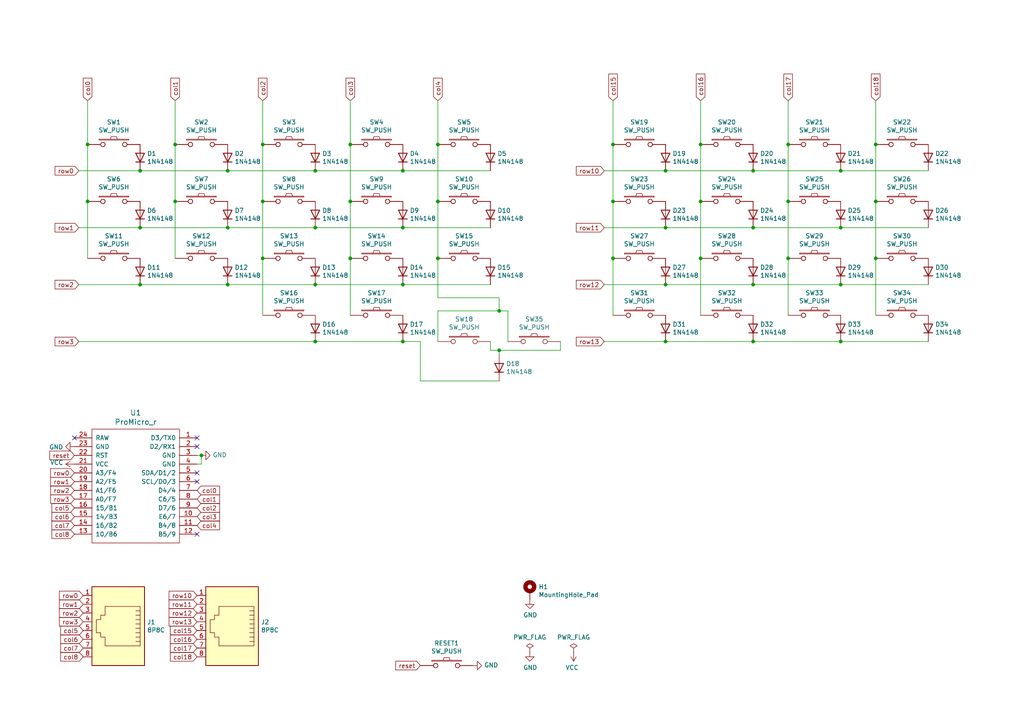
<source format=kicad_sch>
(kicad_sch (version 20230121) (generator eeschema)
  (paper "A4")
  (title_block (title "REVIUNG34 SPLIT Mk-II") (date "2020-10-15") (rev "2"))
  (lib_symbols
    (symbol "Diode:1N4148" (pin_numbers hide) (pin_names hide)
      (property "Reference" "D" (at 0 2.54 0))
      (property "Value" "1N4148" (at 0 -2.54 0))
      (symbol "1N4148_0_1"
        (polyline (pts (xy -1.27 1.27) (xy -1.27 -1.27)) (stroke (width 0.254)))
        (polyline (pts (xy 1.27 0) (xy -1.27 0)))
        (polyline (pts (xy 1.27 1.27) (xy 1.27 -1.27) (xy -1.27 0) (xy 1.27 1.27)) (stroke (width 0.254)))
      )
      (symbol "1N4148_1_1"
        (pin passive line (at -3.81 0 0) (length 2.54) (name "K") (number "1"))
        (pin passive line (at 3.81 0 180) (length 2.54) (name "A") (number "2"))
      )
    )
    (symbol "Mechanical:MountingHole_Pad" (pin_numbers hide) (pin_names (offset 1.016) hide)
      (property "Reference" "H" (at 0 6.35 0))
      (property "Value" "MountingHole_Pad" (at 0 4.445 0))
      (symbol "MountingHole_Pad_0_1"
        (circle (center 0 1.27) (radius 1.27) (stroke (width 1.27)))
      )
      (symbol "MountingHole_Pad_1_1"
        (pin input line (at 0 -2.54 90) (length 2.54) (name "1") (number "1"))
      )
    )
    (symbol "power:GND" (power) (pin_names (offset 0))
      (property "Value" "GND" (at 0 -3.81 0))
      (symbol "GND_0_1"
        (polyline (pts (xy 0 0) (xy 0 -1.27) (xy 1.27 -1.27) (xy 0 -2.54) (xy -1.27 -1.27) (xy 0 -1.27)))
      )
      (symbol "GND_1_1"
        (pin power_in line (at 0 0 270) (length 0) hide (name "GND") (number "1"))
      )
    )
    (symbol "power:PWR_FLAG" (power) (pin_numbers hide) (pin_names (offset 0) hide)
      (property "Value" "PWR_FLAG" (at 0 3.81 0))
      (symbol "PWR_FLAG_0_0"
        (pin power_out line (at 0 0 90) (length 0) (name "pwr") (number "1"))
      )
      (symbol "PWR_FLAG_0_1"
        (polyline (pts (xy 0 0) (xy 0 1.27) (xy -1.016 1.905) (xy 0 2.54) (xy 1.016 1.905) (xy 0 1.27)))
      )
    )
    (symbol "power:VCC" (power) (pin_names (offset 0))
      (property "Value" "VCC" (at 0 3.81 0))
      (symbol "VCC_0_1"
        (polyline (pts (xy -0.762 1.27) (xy 0 2.54)))
        (polyline (pts (xy 0 0) (xy 0 2.54)))
        (polyline (pts (xy 0 2.54) (xy 0.762 1.27)))
      )
      (symbol "VCC_1_1"
        (pin power_in line (at 0 0 90) (length 0) hide (name "VCC") (number "1"))
      )
    )
    (symbol "reviung34-split-L-rescue:8P8C-_reviung-kbd" (pin_names (offset 1.016))
      (property "Reference" "J" (at -5.08 13.97 0))
      (property "Value" "_reviung-kbd_8P8C" (at 2.54 13.97 0))
      (symbol "8P8C-_reviung-kbd_0_1"
        (polyline (pts (xy -5.08 4.445) (xy -6.35 4.445)))
        (polyline (pts (xy -5.08 5.715) (xy -6.35 5.715)))
        (polyline (pts (xy -6.35 -3.175) (xy -5.08 -3.175) (xy -5.08 -3.175)))
        (polyline (pts (xy -6.35 -1.905) (xy -5.08 -1.905) (xy -5.08 -1.905)))
        (polyline (pts (xy -6.35 -0.635) (xy -5.08 -0.635) (xy -5.08 -0.635)))
        (polyline (pts (xy -6.35 0.635) (xy -5.08 0.635) (xy -5.08 0.635)))
        (polyline (pts (xy -6.35 1.905) (xy -5.08 1.905) (xy -5.08 1.905)))
        (polyline (pts (xy -5.08 3.175) (xy -6.35 3.175) (xy -6.35 3.175)))
        (polyline (pts (xy -6.35 -4.445) (xy -6.35 6.985) (xy 3.81 6.985) (xy 3.81 4.445) (xy 5.08 4.445) (xy 5.08 3.175) (xy 6.35 3.175) (xy 6.35 -0.635) (xy 5.08 -0.635) (xy 5.08 -1.905) (xy 3.81 -1.905) (xy 3.81 -4.445) (xy -6.35 -4.445) (xy -6.35 -4.445)))
        (rectangle (start 7.62 12.7) (end -7.62 -10.16) (stroke (width 0.254)) (fill (type background)))
      )
      (symbol "8P8C-_reviung-kbd_1_1"
        (pin passive line (at 10.16 -7.62 180) (length 2.54) (name "~") (number "1"))
        (pin passive line (at 10.16 -5.08 180) (length 2.54) (name "~") (number "2"))
        (pin passive line (at 10.16 -2.54 180) (length 2.54) (name "~") (number "3"))
        (pin passive line (at 10.16 0 180) (length 2.54) (name "~") (number "4"))
        (pin passive line (at 10.16 2.54 180) (length 2.54) (name "~") (number "5"))
        (pin passive line (at 10.16 5.08 180) (length 2.54) (name "~") (number "6"))
        (pin passive line (at 10.16 7.62 180) (length 2.54) (name "~") (number "7"))
        (pin passive line (at 10.16 10.16 180) (length 2.54) (name "~") (number "8"))
      )
    )
    (symbol "reviung34-split-L-rescue:ProMicro_r-_reviung-kbd" (pin_names (offset 1.016))
      (property "Reference" "U" (at 1.27 22.86 0))
      (property "Value" "_reviung-kbd_ProMicro_r" (at 1.27 -15.24 0))
      (symbol "ProMicro_r-_reviung-kbd_0_1"
        (rectangle (start 13.97 20.32) (end -11.43 -12.7))
      )
      (symbol "ProMicro_r-_reviung-kbd_1_1"
        (pin bidirectional line (at 19.05 17.78 180) (length 5.08) (name "D3/TX0") (number "1"))
        (pin bidirectional line (at 19.05 -5.08 180) (length 5.08) (name "E6/7") (number "10"))
        (pin bidirectional line (at 19.05 -7.62 180) (length 5.08) (name "B4/8") (number "11"))
        (pin bidirectional line (at 19.05 -10.16 180) (length 5.08) (name "B5/9") (number "12"))
        (pin bidirectional line (at -16.51 -10.16 0) (length 5.08) (name "10/B6") (number "13"))
        (pin bidirectional line (at -16.51 -7.62 0) (length 5.08) (name "16/B2") (number "14"))
        (pin bidirectional line (at -16.51 -5.08 0) (length 5.08) (name "14/B3") (number "15"))
        (pin bidirectional line (at -16.51 -2.54 0) (length 5.08) (name "15/B1") (number "16"))
        (pin bidirectional line (at -16.51 0 0) (length 5.08) (name "A0/F7") (number "17"))
        (pin bidirectional line (at -16.51 2.54 0) (length 5.08) (name "A1/F6") (number "18"))
        (pin bidirectional line (at -16.51 5.08 0) (length 5.08) (name "A2/F5") (number "19"))
        (pin bidirectional line (at 19.05 15.24 180) (length 5.08) (name "D2/RX1") (number "2"))
        (pin bidirectional line (at -16.51 7.62 0) (length 5.08) (name "A3/F4") (number "20"))
        (pin power_in line (at -16.51 10.16 0) (length 5.08) (name "VCC") (number "21"))
        (pin input line (at -16.51 12.7 0) (length 5.08) (name "RST") (number "22"))
        (pin power_in line (at -16.51 15.24 0) (length 5.08) (name "GND") (number "23"))
        (pin power_out line (at -16.51 17.78 0) (length 5.08) (name "RAW") (number "24"))
        (pin power_in line (at 19.05 12.7 180) (length 5.08) (name "GND") (number "3"))
        (pin power_in line (at 19.05 10.16 180) (length 5.08) (name "GND") (number "4"))
        (pin bidirectional line (at 19.05 7.62 180) (length 5.08) (name "SDA/D1/2") (number "5"))
        (pin bidirectional line (at 19.05 5.08 180) (length 5.08) (name "SCL/D0/3") (number "6"))
        (pin bidirectional line (at 19.05 2.54 180) (length 5.08) (name "D4/4") (number "7"))
        (pin bidirectional line (at 19.05 0 180) (length 5.08) (name "C6/5") (number "8"))
        (pin bidirectional line (at 19.05 -2.54 180) (length 5.08) (name "D7/6") (number "9"))
      )
    )
    (symbol "reviung34-split-L-rescue:SW_PUSH-_reviung-kbd" (pin_numbers hide) (pin_names (offset 1.016) hide)
      (property "Reference" "SW" (at 3.81 2.794 0))
      (property "Value" "_reviung-kbd_SW_PUSH" (at 0 -2.032 0))
      (symbol "SW_PUSH-_reviung-kbd_0_1"
        (rectangle (start -4.318 1.27) (end 4.318 1.524))
        (polyline (pts (xy -1.016 1.524) (xy -0.762 2.286) (xy 0.762 2.286) (xy 1.016 1.524)))
        (pin passive inverted (at -7.62 0 0) (length 5.08) (name "1") (number "1"))
        (pin passive inverted (at 7.62 0 180) (length 5.08) (name "2") (number "2"))
      )
    )
  )
  (junction (at 116.84 66.04))
  (junction (at 58.42 132.08))
  (junction (at 243.84 99.06))
  (junction (at 144.78 101.6))
  (junction (at 243.84 49.53))
  (junction (at 177.8 74.93))
  (junction (at 203.2 41.91))
  (junction (at 144.78 90.17))
  (junction (at 25.4 41.91))
  (junction (at 177.8 58.42))
  (junction (at 127 41.91))
  (junction (at 40.64 49.53))
  (junction (at 50.8 41.91))
  (junction (at 254 74.93))
  (junction (at 127 74.93))
  (junction (at 177.8 41.91))
  (junction (at 91.44 49.53))
  (junction (at 228.6 41.91))
  (junction (at 218.44 99.06))
  (junction (at 203.2 74.93))
  (junction (at 243.84 66.04))
  (junction (at 50.8 58.42))
  (junction (at 116.84 82.55))
  (junction (at 193.04 66.04))
  (junction (at 40.64 82.55))
  (junction (at 127 58.42))
  (junction (at 101.6 74.93))
  (junction (at 91.44 66.04))
  (junction (at 76.2 74.93))
  (junction (at 101.6 41.91))
  (junction (at 193.04 99.06))
  (junction (at 76.2 41.91))
  (junction (at 40.64 66.04))
  (junction (at 25.4 58.42))
  (junction (at 243.84 82.55))
  (junction (at 66.04 82.55))
  (junction (at 193.04 82.55))
  (junction (at 254 41.91))
  (junction (at 66.04 49.53))
  (junction (at 228.6 58.42))
  (junction (at 193.04 49.53))
  (junction (at 254 58.42))
  (junction (at 91.44 99.06))
  (junction (at 91.44 82.55))
  (junction (at 218.44 49.53))
  (junction (at 218.44 66.04))
  (junction (at 203.2 58.42))
  (junction (at 116.84 99.06))
  (junction (at 218.44 82.55))
  (junction (at 228.6 74.93))
  (junction (at 116.84 49.53))
  (junction (at 101.6 58.42))
  (junction (at 66.04 66.04))
  (junction (at 76.2 58.42))
  (no_connect (at 57.15 139.7))
  (no_connect (at 57.15 137.16))
  (no_connect (at 57.15 127))
  (no_connect (at 57.15 129.54))
  (no_connect (at 57.15 154.94))
  (no_connect (at 21.59 127))
  (wire (pts (xy 101.6 41.91) (xy 101.6 58.42)))
  (wire (pts (xy 203.2 29.21) (xy 203.2 41.91)))
  (wire (pts (xy 177.8 58.42) (xy 177.8 74.93)))
  (wire (pts (xy 144.78 90.17) (xy 127 90.17)))
  (wire (pts (xy 254 74.93) (xy 254 91.44)))
  (wire (pts (xy 193.04 49.53) (xy 218.44 49.53)))
  (wire (pts (xy 203.2 58.42) (xy 203.2 74.93)))
  (wire (pts (xy 50.8 29.21) (xy 50.8 41.91)))
  (wire (pts (xy 144.78 101.6) (xy 142.24 101.6)))
  (wire (pts (xy 177.8 41.91) (xy 177.8 58.42)))
  (wire (pts (xy 101.6 29.21) (xy 101.6 41.91)))
  (wire (pts (xy 101.6 58.42) (xy 101.6 74.93)))
  (wire (pts (xy 203.2 74.93) (xy 203.2 91.44)))
  (wire (pts (xy 144.78 90.17) (xy 147.32 90.17)))
  (wire (pts (xy 76.2 58.42) (xy 76.2 74.93)))
  (wire (pts (xy 91.44 49.53) (xy 116.84 49.53)))
  (wire (pts (xy 127 58.42) (xy 127 74.93)))
  (wire (pts (xy 40.64 82.55) (xy 66.04 82.55)))
  (wire (pts (xy 218.44 82.55) (xy 243.84 82.55)))
  (wire (pts (xy 127 90.17) (xy 127 99.06)))
  (wire (pts (xy 144.78 86.36) (xy 127 86.36)))
  (wire (pts (xy 127 29.21) (xy 127 41.91)))
  (wire (pts (xy 243.84 82.55) (xy 269.24 82.55)))
  (wire (pts (xy 25.4 29.21) (xy 25.4 41.91)))
  (wire (pts (xy 177.8 74.93) (xy 177.8 91.44)))
  (wire (pts (xy 127 41.91) (xy 127 58.42)))
  (wire (pts (xy 116.84 82.55) (xy 142.24 82.55)))
  (wire (pts (xy 76.2 29.21) (xy 76.2 41.91)))
  (wire (pts (xy 162.56 99.06) (xy 162.56 101.6)))
  (wire (pts (xy 203.2 41.91) (xy 203.2 58.42)))
  (wire (pts (xy 22.86 49.53) (xy 40.64 49.53)))
  (wire (pts (xy 22.86 82.55) (xy 40.64 82.55)))
  (wire (pts (xy 254 41.91) (xy 254 58.42)))
  (wire (pts (xy 58.42 134.62) (xy 58.42 132.08)))
  (wire (pts (xy 218.44 49.53) (xy 243.84 49.53)))
  (wire (pts (xy 162.56 101.6) (xy 144.78 101.6)))
  (wire (pts (xy 228.6 58.42) (xy 228.6 74.93)))
  (wire (pts (xy 25.4 41.91) (xy 25.4 58.42)))
  (wire (pts (xy 66.04 66.04) (xy 91.44 66.04)))
  (wire (pts (xy 57.15 132.08) (xy 58.42 132.08)))
  (wire (pts (xy 22.86 66.04) (xy 40.64 66.04)))
  (wire (pts (xy 147.32 90.17) (xy 147.32 99.06)))
  (wire (pts (xy 91.44 66.04) (xy 116.84 66.04)))
  (wire (pts (xy 142.24 101.6) (xy 142.24 99.06)))
  (wire (pts (xy 76.2 41.91) (xy 76.2 58.42)))
  (wire (pts (xy 144.78 110.49) (xy 121.92 110.49)))
  (wire (pts (xy 91.44 82.55) (xy 116.84 82.55)))
  (wire (pts (xy 76.2 74.93) (xy 76.2 91.44)))
  (wire (pts (xy 91.44 99.06) (xy 116.84 99.06)))
  (wire (pts (xy 116.84 49.53) (xy 142.24 49.53)))
  (wire (pts (xy 116.84 66.04) (xy 142.24 66.04)))
  (wire (pts (xy 101.6 74.93) (xy 101.6 91.44)))
  (wire (pts (xy 144.78 86.36) (xy 144.78 90.17)))
  (wire (pts (xy 218.44 66.04) (xy 243.84 66.04)))
  (wire (pts (xy 144.78 102.87) (xy 144.78 101.6)))
  (wire (pts (xy 228.6 29.21) (xy 228.6 41.91)))
  (wire (pts (xy 121.92 99.06) (xy 116.84 99.06)))
  (wire (pts (xy 175.26 99.06) (xy 193.04 99.06)))
  (wire (pts (xy 50.8 41.91) (xy 50.8 58.42)))
  (wire (pts (xy 243.84 99.06) (xy 269.24 99.06)))
  (wire (pts (xy 228.6 41.91) (xy 228.6 58.42)))
  (wire (pts (xy 254 58.42) (xy 254 74.93)))
  (wire (pts (xy 57.15 134.62) (xy 58.42 134.62)))
  (wire (pts (xy 175.26 49.53) (xy 193.04 49.53)))
  (wire (pts (xy 50.8 58.42) (xy 50.8 74.93)))
  (wire (pts (xy 243.84 66.04) (xy 269.24 66.04)))
  (wire (pts (xy 25.4 58.42) (xy 25.4 74.93)))
  (wire (pts (xy 193.04 99.06) (xy 218.44 99.06)))
  (wire (pts (xy 228.6 74.93) (xy 228.6 91.44)))
  (wire (pts (xy 22.86 99.06) (xy 91.44 99.06)))
  (wire (pts (xy 121.92 110.49) (xy 121.92 99.06)))
  (wire (pts (xy 40.64 49.53) (xy 66.04 49.53)))
  (wire (pts (xy 66.04 82.55) (xy 91.44 82.55)))
  (wire (pts (xy 175.26 66.04) (xy 193.04 66.04)))
  (wire (pts (xy 127 86.36) (xy 127 74.93)))
  (wire (pts (xy 254 29.21) (xy 254 41.91)))
  (wire (pts (xy 40.64 66.04) (xy 66.04 66.04)))
  (wire (pts (xy 193.04 66.04) (xy 218.44 66.04)))
  (wire (pts (xy 175.26 82.55) (xy 193.04 82.55)))
  (wire (pts (xy 243.84 49.53) (xy 269.24 49.53)))
  (wire (pts (xy 218.44 99.06) (xy 243.84 99.06)))
  (wire (pts (xy 177.8 29.21) (xy 177.8 41.91)))
  (wire (pts (xy 66.04 49.53) (xy 91.44 49.53)))
  (wire (pts (xy 193.04 82.55) (xy 218.44 82.55)))
  (global_label "row3" (shape input) (at 22.86 99.06 180) (property "Intersheetrefs" "${INTERSHEET_REFS}" (effects hide)))
  (global_label "col15" (shape input) (at 57.15 182.88 180) (property "Intersheetrefs" "${INTERSHEET_REFS}" (effects hide)))
  (global_label "col2" (shape input) (at 57.15 147.32 0) (property "Intersheetrefs" "${INTERSHEET_REFS}" (effects hide)))
  (global_label "col3" (shape input) (at 101.6 29.21 90) (property "Intersheetrefs" "${INTERSHEET_REFS}" (effects hide)))
  (global_label "col4" (shape input) (at 57.15 152.4 0) (property "Intersheetrefs" "${INTERSHEET_REFS}" (effects hide)))
  (global_label "col18" (shape input) (at 57.15 190.5 180) (property "Intersheetrefs" "${INTERSHEET_REFS}" (effects hide)))
  (global_label "col1" (shape input) (at 50.8 29.21 90) (property "Intersheetrefs" "${INTERSHEET_REFS}" (effects hide)))
  (global_label "row1" (shape input) (at 22.86 66.04 180) (property "Intersheetrefs" "${INTERSHEET_REFS}" (effects hide)))
  (global_label "col1" (shape input) (at 57.15 144.78 0) (property "Intersheetrefs" "${INTERSHEET_REFS}" (effects hide)))
  (global_label "row13" (shape input) (at 57.15 180.34 180) (property "Intersheetrefs" "${INTERSHEET_REFS}" (effects hide)))
  (global_label "row3" (shape input) (at 24.13 180.34 180) (property "Intersheetrefs" "${INTERSHEET_REFS}" (effects hide)))
  (global_label "col16" (shape input) (at 203.2 29.21 90) (property "Intersheetrefs" "${INTERSHEET_REFS}" (effects hide)))
  (global_label "col0" (shape input) (at 25.4 29.21 90) (property "Intersheetrefs" "${INTERSHEET_REFS}" (effects hide)))
  (global_label "row2" (shape input) (at 21.59 142.24 180) (property "Intersheetrefs" "${INTERSHEET_REFS}" (effects hide)))
  (global_label "col6" (shape input) (at 21.59 149.86 180) (property "Intersheetrefs" "${INTERSHEET_REFS}" (effects hide)))
  (global_label "col17" (shape input) (at 57.15 187.96 180) (property "Intersheetrefs" "${INTERSHEET_REFS}" (effects hide)))
  (global_label "col2" (shape input) (at 76.2 29.21 90) (property "Intersheetrefs" "${INTERSHEET_REFS}" (effects hide)))
  (global_label "col15" (shape input) (at 177.8 29.21 90) (property "Intersheetrefs" "${INTERSHEET_REFS}" (effects hide)))
  (global_label "row0" (shape input) (at 21.59 137.16 180) (property "Intersheetrefs" "${INTERSHEET_REFS}" (effects hide)))
  (global_label "row11" (shape input) (at 57.15 175.26 180) (property "Intersheetrefs" "${INTERSHEET_REFS}" (effects hide)))
  (global_label "col5" (shape input) (at 24.13 182.88 180) (property "Intersheetrefs" "${INTERSHEET_REFS}" (effects hide)))
  (global_label "col7" (shape input) (at 24.13 187.96 180) (property "Intersheetrefs" "${INTERSHEET_REFS}" (effects hide)))
  (global_label "col8" (shape input) (at 21.59 154.94 180) (property "Intersheetrefs" "${INTERSHEET_REFS}" (effects hide)))
  (global_label "col18" (shape input) (at 254 29.21 90) (property "Intersheetrefs" "${INTERSHEET_REFS}" (effects hide)))
  (global_label "col17" (shape input) (at 228.6 29.21 90) (property "Intersheetrefs" "${INTERSHEET_REFS}" (effects hide)))
  (global_label "row11" (shape input) (at 175.26 66.04 180) (property "Intersheetrefs" "${INTERSHEET_REFS}" (effects hide)))
  (global_label "reset" (shape input) (at 21.59 132.08 180) (property "Intersheetrefs" "${INTERSHEET_REFS}" (effects hide)))
  (global_label "row13" (shape input) (at 175.26 99.06 180) (property "Intersheetrefs" "${INTERSHEET_REFS}" (effects hide)))
  (global_label "col7" (shape input) (at 21.59 152.4 180) (property "Intersheetrefs" "${INTERSHEET_REFS}" (effects hide)))
  (global_label "row1" (shape input) (at 24.13 175.26 180) (property "Intersheetrefs" "${INTERSHEET_REFS}" (effects hide)))
  (global_label "row0" (shape input) (at 22.86 49.53 180) (property "Intersheetrefs" "${INTERSHEET_REFS}" (effects hide)))
  (global_label "col0" (shape input) (at 57.15 142.24 0) (property "Intersheetrefs" "${INTERSHEET_REFS}" (effects hide)))
  (global_label "row0" (shape input) (at 24.13 172.72 180) (property "Intersheetrefs" "${INTERSHEET_REFS}" (effects hide)))
  (global_label "col16" (shape input) (at 57.15 185.42 180) (property "Intersheetrefs" "${INTERSHEET_REFS}" (effects hide)))
  (global_label "row10" (shape input) (at 57.15 172.72 180) (property "Intersheetrefs" "${INTERSHEET_REFS}" (effects hide)))
  (global_label "col6" (shape input) (at 24.13 185.42 180) (property "Intersheetrefs" "${INTERSHEET_REFS}" (effects hide)))
  (global_label "row12" (shape input) (at 175.26 82.55 180) (property "Intersheetrefs" "${INTERSHEET_REFS}" (effects hide)))
  (global_label "reset" (shape input) (at 121.92 193.04 180) (property "Intersheetrefs" "${INTERSHEET_REFS}" (effects hide)))
  (global_label "col3" (shape input) (at 57.15 149.86 0) (property "Intersheetrefs" "${INTERSHEET_REFS}" (effects hide)))
  (global_label "col8" (shape input) (at 24.13 190.5 180) (property "Intersheetrefs" "${INTERSHEET_REFS}" (effects hide)))
  (global_label "row3" (shape input) (at 21.59 144.78 180) (property "Intersheetrefs" "${INTERSHEET_REFS}" (effects hide)))
  (global_label "col5" (shape input) (at 21.59 147.32 180) (property "Intersheetrefs" "${INTERSHEET_REFS}" (effects hide)))
  (global_label "row12" (shape input) (at 57.15 177.8 180) (property "Intersheetrefs" "${INTERSHEET_REFS}" (effects hide)))
  (global_label "row1" (shape input) (at 21.59 139.7 180) (property "Intersheetrefs" "${INTERSHEET_REFS}" (effects hide)))
  (global_label "row2" (shape input) (at 22.86 82.55 180) (property "Intersheetrefs" "${INTERSHEET_REFS}" (effects hide)))
  (global_label "col4" (shape input) (at 127 29.21 90) (property "Intersheetrefs" "${INTERSHEET_REFS}" (effects hide)))
  (global_label "row2" (shape input) (at 24.13 177.8 180) (property "Intersheetrefs" "${INTERSHEET_REFS}" (effects hide)))
  (global_label "row10" (shape input) (at 175.26 49.53 180) (property "Intersheetrefs" "${INTERSHEET_REFS}" (effects hide)))
  (symbol (lib_id "power:PWR_FLAG") (at 153.67 189.23 0) (unit 1)
    (property "Reference" "#FLG01" (effects hide))
    (property "Value" "PWR_FLAG" (at 153.67 184.8358 0))
  )
  (symbol (lib_id "power:PWR_FLAG") (at 166.37 189.23 0) (unit 1)
    (property "Reference" "#FLG02" (effects hide))
    (property "Value" "PWR_FLAG" (at 166.37 184.8358 0))
  )
  (symbol (lib_id "power:GND") (at 153.67 189.23 0) (unit 1)
    (property "Reference" "#PWR04" (effects hide))
    (property "Value" "GND" (at 153.797 193.6242 0))
  )
  (symbol (lib_id "power:VCC") (at 166.37 189.23 180) (unit 1)
    (property "Reference" "#PWR05" (effects hide))
    (property "Value" "VCC" (at 165.9128 193.6242 0))
  )
  (symbol (lib_id "reviung34-split-L-rescue:ProMicro_r-_reviung-kbd") (at 38.1 144.78 0) (unit 1)
    (property "Reference" "U1" (at 39.37 119.7102 0) (effects (font (size 1.524 1.524))))
    (property "Value" "ProMicro_r" (at 39.37 122.4026 0) (effects (font (size 1.524 1.524))))
    (property "Footprint" "_reviung-kbd:ProMicro" (effects hide))
  )
  (symbol (lib_id "power:GND") (at 21.59 129.54 270) (unit 1)
    (property "Reference" "#PWR01" (effects hide))
    (property "Value" "GND" (at 18.3388 129.667 90) (effects (justify right)))
  )
  (symbol (lib_id "power:VCC") (at 21.59 134.62 90) (unit 1)
    (property "Reference" "#PWR03" (effects hide))
    (property "Value" "VCC" (at 18.3642 134.1628 90) (effects (justify left)))
  )
  (symbol (lib_id "power:GND") (at 58.42 132.08 90) (unit 1)
    (property "Reference" "#PWR02" (effects hide))
    (property "Value" "GND" (at 61.6712 131.953 90) (effects (justify right)))
  )
  (symbol (lib_id "reviung34-split-L-rescue:SW_PUSH-_reviung-kbd") (at 33.02 41.91 0) (unit 1)
    (property "Reference" "SW1" (at 33.02 35.433 0))
    (property "Value" "SW_PUSH" (at 33.02 37.7444 0))
    (property "Footprint" "_reviung-kbd:MXOnly-1U-NoLED" (effects hide))
  )
  (symbol (lib_id "Diode:1N4148") (at 40.64 45.72 90) (unit 1)
    (property "Reference" "D1" (at 42.6466 44.5516 90) (effects (justify right)))
    (property "Value" "1N4148" (at 42.6466 46.863 90) (effects (justify right)))
    (property "Footprint" "_reviung-kbd:D3_TH_SMD_1side" (effects hide))
    (property "Datasheet" "https://assets.nexperia.com/documents/data-sheet/1N4148_1N4448.pdf" (effects hide))
  )
  (symbol (lib_id "reviung34-split-L-rescue:SW_PUSH-_reviung-kbd") (at 58.42 41.91 0) (unit 1)
    (property "Reference" "SW2" (at 58.42 35.433 0))
    (property "Value" "SW_PUSH" (at 58.42 37.7444 0))
    (property "Footprint" "_reviung-kbd:MXOnly-1U-NoLED" (effects hide))
  )
  (symbol (lib_id "Diode:1N4148") (at 66.04 45.72 90) (unit 1)
    (property "Reference" "D2" (at 68.0466 44.5516 90) (effects (justify right)))
    (property "Value" "1N4148" (at 68.0466 46.863 90) (effects (justify right)))
    (property "Footprint" "_reviung-kbd:D3_TH_SMD_1side" (effects hide))
    (property "Datasheet" "https://assets.nexperia.com/documents/data-sheet/1N4148_1N4448.pdf" (effects hide))
  )
  (symbol (lib_id "reviung34-split-L-rescue:SW_PUSH-_reviung-kbd") (at 83.82 41.91 0) (unit 1)
    (property "Reference" "SW3" (at 83.82 35.433 0))
    (property "Value" "SW_PUSH" (at 83.82 37.7444 0))
    (property "Footprint" "_reviung-kbd:MXOnly-1U-NoLED" (effects hide))
  )
  (symbol (lib_id "Diode:1N4148") (at 91.44 45.72 90) (unit 1)
    (property "Reference" "D3" (at 93.4466 44.5516 90) (effects (justify right)))
    (property "Value" "1N4148" (at 93.4466 46.863 90) (effects (justify right)))
    (property "Footprint" "_reviung-kbd:D3_TH_SMD_1side" (effects hide))
    (property "Datasheet" "https://assets.nexperia.com/documents/data-sheet/1N4148_1N4448.pdf" (effects hide))
  )
  (symbol (lib_id "reviung34-split-L-rescue:SW_PUSH-_reviung-kbd") (at 109.22 41.91 0) (unit 1)
    (property "Reference" "SW4" (at 109.22 35.433 0))
    (property "Value" "SW_PUSH" (at 109.22 37.7444 0))
    (property "Footprint" "_reviung-kbd:MXOnly-1U-NoLED" (effects hide))
  )
  (symbol (lib_id "Diode:1N4148") (at 116.84 45.72 90) (unit 1)
    (property "Reference" "D4" (at 118.8466 44.5516 90) (effects (justify right)))
    (property "Value" "1N4148" (at 118.8466 46.863 90) (effects (justify right)))
    (property "Footprint" "_reviung-kbd:D3_TH_SMD_1side" (effects hide))
    (property "Datasheet" "https://assets.nexperia.com/documents/data-sheet/1N4148_1N4448.pdf" (effects hide))
  )
  (symbol (lib_id "reviung34-split-L-rescue:SW_PUSH-_reviung-kbd") (at 134.62 41.91 0) (unit 1)
    (property "Reference" "SW5" (at 134.62 35.433 0))
    (property "Value" "SW_PUSH" (at 134.62 37.7444 0))
    (property "Footprint" "_reviung-kbd:MXOnly-1U-NoLED" (effects hide))
  )
  (symbol (lib_id "Diode:1N4148") (at 142.24 45.72 90) (unit 1)
    (property "Reference" "D5" (at 144.2466 44.5516 90) (effects (justify right)))
    (property "Value" "1N4148" (at 144.2466 46.863 90) (effects (justify right)))
    (property "Footprint" "_reviung-kbd:D3_TH_SMD_1side" (effects hide))
    (property "Datasheet" "https://assets.nexperia.com/documents/data-sheet/1N4148_1N4448.pdf" (effects hide))
  )
  (symbol (lib_id "reviung34-split-L-rescue:SW_PUSH-_reviung-kbd") (at 33.02 58.42 0) (unit 1)
    (property "Reference" "SW6" (at 33.02 51.943 0))
    (property "Value" "SW_PUSH" (at 33.02 54.2544 0))
    (property "Footprint" "_reviung-kbd:MXOnly-1U-NoLED" (effects hide))
  )
  (symbol (lib_id "Diode:1N4148") (at 40.64 62.23 90) (unit 1)
    (property "Reference" "D6" (at 42.6466 61.0616 90) (effects (justify right)))
    (property "Value" "1N4148" (at 42.6466 63.373 90) (effects (justify right)))
    (property "Footprint" "_reviung-kbd:D3_TH_SMD_1side" (effects hide))
    (property "Datasheet" "https://assets.nexperia.com/documents/data-sheet/1N4148_1N4448.pdf" (effects hide))
  )
  (symbol (lib_id "reviung34-split-L-rescue:SW_PUSH-_reviung-kbd") (at 58.42 58.42 0) (unit 1)
    (property "Reference" "SW7" (at 58.42 51.943 0))
    (property "Value" "SW_PUSH" (at 58.42 54.2544 0))
    (property "Footprint" "_reviung-kbd:MXOnly-1U-NoLED" (effects hide))
  )
  (symbol (lib_id "Diode:1N4148") (at 66.04 62.23 90) (unit 1)
    (property "Reference" "D7" (at 68.0466 61.0616 90) (effects (justify right)))
    (property "Value" "1N4148" (at 68.0466 63.373 90) (effects (justify right)))
    (property "Footprint" "_reviung-kbd:D3_TH_SMD_1side" (effects hide))
    (property "Datasheet" "https://assets.nexperia.com/documents/data-sheet/1N4148_1N4448.pdf" (effects hide))
  )
  (symbol (lib_id "reviung34-split-L-rescue:SW_PUSH-_reviung-kbd") (at 83.82 58.42 0) (unit 1)
    (property "Reference" "SW8" (at 83.82 51.943 0))
    (property "Value" "SW_PUSH" (at 83.82 54.2544 0))
    (property "Footprint" "_reviung-kbd:MXOnly-1U-NoLED" (effects hide))
  )
  (symbol (lib_id "Diode:1N4148") (at 91.44 62.23 90) (unit 1)
    (property "Reference" "D8" (at 93.4466 61.0616 90) (effects (justify right)))
    (property "Value" "1N4148" (at 93.4466 63.373 90) (effects (justify right)))
    (property "Footprint" "_reviung-kbd:D3_TH_SMD_1side" (effects hide))
    (property "Datasheet" "https://assets.nexperia.com/documents/data-sheet/1N4148_1N4448.pdf" (effects hide))
  )
  (symbol (lib_id "reviung34-split-L-rescue:SW_PUSH-_reviung-kbd") (at 109.22 58.42 0) (unit 1)
    (property "Reference" "SW9" (at 109.22 51.943 0))
    (property "Value" "SW_PUSH" (at 109.22 54.2544 0))
    (property "Footprint" "_reviung-kbd:MXOnly-1U-NoLED" (effects hide))
  )
  (symbol (lib_id "Diode:1N4148") (at 116.84 62.23 90) (unit 1)
    (property "Reference" "D9" (at 118.8466 61.0616 90) (effects (justify right)))
    (property "Value" "1N4148" (at 118.8466 63.373 90) (effects (justify right)))
    (property "Footprint" "_reviung-kbd:D3_TH_SMD_1side" (effects hide))
    (property "Datasheet" "https://assets.nexperia.com/documents/data-sheet/1N4148_1N4448.pdf" (effects hide))
  )
  (symbol (lib_id "reviung34-split-L-rescue:SW_PUSH-_reviung-kbd") (at 134.62 58.42 0) (unit 1)
    (property "Reference" "SW10" (at 134.62 51.943 0))
    (property "Value" "SW_PUSH" (at 134.62 54.2544 0))
    (property "Footprint" "_reviung-kbd:MXOnly-1U-NoLED" (effects hide))
  )
  (symbol (lib_id "Diode:1N4148") (at 142.24 62.23 90) (unit 1)
    (property "Reference" "D10" (at 144.2466 61.0616 90) (effects (justify right)))
    (property "Value" "1N4148" (at 144.2466 63.373 90) (effects (justify right)))
    (property "Footprint" "_reviung-kbd:D3_TH_SMD_1side" (effects hide))
    (property "Datasheet" "https://assets.nexperia.com/documents/data-sheet/1N4148_1N4448.pdf" (effects hide))
  )
  (symbol (lib_id "reviung34-split-L-rescue:SW_PUSH-_reviung-kbd") (at 33.02 74.93 0) (unit 1)
    (property "Reference" "SW11" (at 33.02 68.453 0))
    (property "Value" "SW_PUSH" (at 33.02 70.7644 0))
    (property "Footprint" "_reviung-kbd:MXOnly-1U-NoLED" (effects hide))
  )
  (symbol (lib_id "Diode:1N4148") (at 40.64 78.74 90) (unit 1)
    (property "Reference" "D11" (at 42.6466 77.5716 90) (effects (justify right)))
    (property "Value" "1N4148" (at 42.6466 79.883 90) (effects (justify right)))
    (property "Footprint" "_reviung-kbd:D3_TH_SMD_1side" (effects hide))
    (property "Datasheet" "https://assets.nexperia.com/documents/data-sheet/1N4148_1N4448.pdf" (effects hide))
  )
  (symbol (lib_id "reviung34-split-L-rescue:SW_PUSH-_reviung-kbd") (at 58.42 74.93 0) (unit 1)
    (property "Reference" "SW12" (at 58.42 68.453 0))
    (property "Value" "SW_PUSH" (at 58.42 70.7644 0))
    (property "Footprint" "_reviung-kbd:MXOnly-1U-NoLED" (effects hide))
  )
  (symbol (lib_id "Diode:1N4148") (at 66.04 78.74 90) (unit 1)
    (property "Reference" "D12" (at 68.0466 77.5716 90) (effects (justify right)))
    (property "Value" "1N4148" (at 68.0466 79.883 90) (effects (justify right)))
    (property "Footprint" "_reviung-kbd:D3_TH_SMD_1side" (effects hide))
    (property "Datasheet" "https://assets.nexperia.com/documents/data-sheet/1N4148_1N4448.pdf" (effects hide))
  )
  (symbol (lib_id "reviung34-split-L-rescue:SW_PUSH-_reviung-kbd") (at 83.82 74.93 0) (unit 1)
    (property "Reference" "SW13" (at 83.82 68.453 0))
    (property "Value" "SW_PUSH" (at 83.82 70.7644 0))
    (property "Footprint" "_reviung-kbd:MXOnly-1U-NoLED" (effects hide))
  )
  (symbol (lib_id "Diode:1N4148") (at 91.44 78.74 90) (unit 1)
    (property "Reference" "D13" (at 93.4466 77.5716 90) (effects (justify right)))
    (property "Value" "1N4148" (at 93.4466 79.883 90) (effects (justify right)))
    (property "Footprint" "_reviung-kbd:D3_TH_SMD_1side" (effects hide))
    (property "Datasheet" "https://assets.nexperia.com/documents/data-sheet/1N4148_1N4448.pdf" (effects hide))
  )
  (symbol (lib_id "reviung34-split-L-rescue:SW_PUSH-_reviung-kbd") (at 109.22 74.93 0) (unit 1)
    (property "Reference" "SW14" (at 109.22 68.453 0))
    (property "Value" "SW_PUSH" (at 109.22 70.7644 0))
    (property "Footprint" "_reviung-kbd:MXOnly-1U-NoLED" (effects hide))
  )
  (symbol (lib_id "Diode:1N4148") (at 116.84 78.74 90) (unit 1)
    (property "Reference" "D14" (at 118.8466 77.5716 90) (effects (justify right)))
    (property "Value" "1N4148" (at 118.8466 79.883 90) (effects (justify right)))
    (property "Footprint" "_reviung-kbd:D3_TH_SMD_1side" (effects hide))
    (property "Datasheet" "https://assets.nexperia.com/documents/data-sheet/1N4148_1N4448.pdf" (effects hide))
  )
  (symbol (lib_id "reviung34-split-L-rescue:SW_PUSH-_reviung-kbd") (at 134.62 74.93 0) (unit 1)
    (property "Reference" "SW15" (at 134.62 68.453 0))
    (property "Value" "SW_PUSH" (at 134.62 70.7644 0))
    (property "Footprint" "_reviung-kbd:MXOnly-1U-NoLED" (effects hide))
  )
  (symbol (lib_id "Diode:1N4148") (at 142.24 78.74 90) (unit 1)
    (property "Reference" "D15" (at 144.2466 77.5716 90) (effects (justify right)))
    (property "Value" "1N4148" (at 144.2466 79.883 90) (effects (justify right)))
    (property "Footprint" "_reviung-kbd:D3_TH_SMD_1side" (effects hide))
    (property "Datasheet" "https://assets.nexperia.com/documents/data-sheet/1N4148_1N4448.pdf" (effects hide))
  )
  (symbol (lib_id "reviung34-split-L-rescue:SW_PUSH-_reviung-kbd") (at 83.82 91.44 0) (unit 1)
    (property "Reference" "SW16" (at 83.82 84.963 0))
    (property "Value" "SW_PUSH" (at 83.82 87.2744 0))
    (property "Footprint" "_reviung-kbd:MXOnly-1U-NoLED" (effects hide))
  )
  (symbol (lib_id "Diode:1N4148") (at 91.44 95.25 90) (unit 1)
    (property "Reference" "D16" (at 93.4466 94.0816 90) (effects (justify right)))
    (property "Value" "1N4148" (at 93.4466 96.393 90) (effects (justify right)))
    (property "Footprint" "_reviung-kbd:D3_TH_SMD_1side" (effects hide))
    (property "Datasheet" "https://assets.nexperia.com/documents/data-sheet/1N4148_1N4448.pdf" (effects hide))
  )
  (symbol (lib_id "reviung34-split-L-rescue:SW_PUSH-_reviung-kbd") (at 109.22 91.44 0) (unit 1)
    (property "Reference" "SW17" (at 109.22 84.963 0))
    (property "Value" "SW_PUSH" (at 109.22 87.2744 0))
    (property "Footprint" "_reviung-kbd:MXOnly-1U-5pinRcut" (effects hide))
  )
  (symbol (lib_id "Diode:1N4148") (at 116.84 95.25 90) (unit 1)
    (property "Reference" "D17" (at 118.8466 94.0816 90) (effects (justify right)))
    (property "Value" "1N4148" (at 118.8466 96.393 90) (effects (justify right)))
    (property "Footprint" "_reviung-kbd:D3_TH_SMD_1side" (effects hide))
    (property "Datasheet" "https://assets.nexperia.com/documents/data-sheet/1N4148_1N4448.pdf" (effects hide))
  )
  (symbol (lib_id "reviung34-split-L-rescue:SW_PUSH-_reviung-kbd") (at 134.62 99.06 0) (unit 1)
    (property "Reference" "SW18" (at 134.62 92.583 0))
    (property "Value" "SW_PUSH" (at 134.62 94.8944 0))
    (property "Footprint" "_reviung-kbd:MXOnly-1U-5pinLcut" (effects hide))
  )
  (symbol (lib_id "Diode:1N4148") (at 144.78 106.68 90) (unit 1)
    (property "Reference" "D18" (at 146.7866 105.5116 90) (effects (justify right)))
    (property "Value" "1N4148" (at 146.7866 107.823 90) (effects (justify right)))
    (property "Footprint" "_reviung-kbd:D3_TH_SMD_1side" (effects hide))
    (property "Datasheet" "https://assets.nexperia.com/documents/data-sheet/1N4148_1N4448.pdf" (effects hide))
  )
  (symbol (lib_id "reviung34-split-L-rescue:SW_PUSH-_reviung-kbd") (at 129.54 193.04 0) (unit 1)
    (property "Reference" "RESET1" (at 129.54 186.563 0))
    (property "Value" "SW_PUSH" (at 129.54 188.8744 0))
    (property "Footprint" "_reviung-kbd:ResetSW_1side" (effects hide))
  )
  (symbol (lib_id "power:GND") (at 137.16 193.04 90) (unit 1)
    (property "Reference" "#PWR06" (effects hide))
    (property "Value" "GND" (at 140.4112 192.913 90) (effects (justify right)))
  )
  (symbol (lib_id "reviung34-split-L-rescue:8P8C-_reviung-kbd") (at 34.29 180.34 180) (unit 1)
    (property "Reference" "J1" (at 42.672 180.4416 0) (effects (justify right)))
    (property "Value" "8P8C" (at 42.672 182.753 0) (effects (justify right)))
    (property "Footprint" "_reviung-kbd:RJ45-DS1128-05-S8B8P" (effects hide))
  )
  (symbol (lib_id "reviung34-split-L-rescue:SW_PUSH-_reviung-kbd") (at 154.94 99.06 0) (unit 1)
    (property "Reference" "SW35" (at 154.94 92.583 0))
    (property "Value" "SW_PUSH" (at 154.94 94.8944 0))
    (property "Footprint" "_reviung-kbd:MXOnly-2U-NoLED" (effects hide))
  )
  (symbol (lib_id "power:GND") (at 153.67 173.99 0) (unit 1)
    (property "Reference" "#PWR0101" (effects hide))
    (property "Value" "GND" (at 153.797 178.3842 0))
  )
  (symbol (lib_id "Mechanical:MountingHole_Pad") (at 153.67 171.45 0) (unit 1)
    (property "Reference" "H1" (at 156.21 170.2054 0) (effects (justify left)))
    (property "Value" "MountingHole_Pad" (at 156.21 172.5168 0) (effects (justify left)))
    (property "Footprint" "MountingHole:MountingHole_4.3mm_M4_ISO7380_Pad" (effects hide))
  )
  (symbol (lib_id "reviung34-split-L-rescue:SW_PUSH-_reviung-kbd") (at 185.42 41.91 0) (unit 1)
    (property "Reference" "SW19" (at 185.42 35.433 0))
    (property "Value" "SW_PUSH" (at 185.42 37.7444 0))
    (property "Footprint" "_reviung-kbd:MXOnly-1U-NoLED" (effects hide))
  )
  (symbol (lib_id "Diode:1N4148") (at 193.04 45.72 90) (unit 1)
    (property "Reference" "D19" (at 195.0466 44.5516 90) (effects (justify right)))
    (property "Value" "1N4148" (at 195.0466 46.863 90) (effects (justify right)))
    (property "Footprint" "_reviung-kbd:D3_TH_SMD_1side" (effects hide))
    (property "Datasheet" "https://assets.nexperia.com/documents/data-sheet/1N4148_1N4448.pdf" (effects hide))
  )
  (symbol (lib_id "reviung34-split-L-rescue:SW_PUSH-_reviung-kbd") (at 210.82 41.91 0) (unit 1)
    (property "Reference" "SW20" (at 210.82 35.433 0))
    (property "Value" "SW_PUSH" (at 210.82 37.7444 0))
    (property "Footprint" "_reviung-kbd:MXOnly-1U-NoLED" (effects hide))
  )
  (symbol (lib_id "Diode:1N4148") (at 218.44 45.72 90) (unit 1)
    (property "Reference" "D20" (at 220.4466 44.5516 90) (effects (justify right)))
    (property "Value" "1N4148" (at 220.4466 46.863 90) (effects (justify right)))
    (property "Footprint" "_reviung-kbd:D3_TH_SMD_1side" (effects hide))
    (property "Datasheet" "https://assets.nexperia.com/documents/data-sheet/1N4148_1N4448.pdf" (effects hide))
  )
  (symbol (lib_id "reviung34-split-L-rescue:SW_PUSH-_reviung-kbd") (at 236.22 41.91 0) (unit 1)
    (property "Reference" "SW21" (at 236.22 35.433 0))
    (property "Value" "SW_PUSH" (at 236.22 37.7444 0))
    (property "Footprint" "_reviung-kbd:MXOnly-1U-NoLED" (effects hide))
  )
  (symbol (lib_id "Diode:1N4148") (at 243.84 45.72 90) (unit 1)
    (property "Reference" "D21" (at 245.8466 44.5516 90) (effects (justify right)))
    (property "Value" "1N4148" (at 245.8466 46.863 90) (effects (justify right)))
    (property "Footprint" "_reviung-kbd:D3_TH_SMD_1side" (effects hide))
    (property "Datasheet" "https://assets.nexperia.com/documents/data-sheet/1N4148_1N4448.pdf" (effects hide))
  )
  (symbol (lib_id "reviung34-split-L-rescue:SW_PUSH-_reviung-kbd") (at 261.62 41.91 0) (unit 1)
    (property "Reference" "SW22" (at 261.62 35.433 0))
    (property "Value" "SW_PUSH" (at 261.62 37.7444 0))
    (property "Footprint" "_reviung-kbd:MXOnly-1U-NoLED" (effects hide))
  )
  (symbol (lib_id "Diode:1N4148") (at 269.24 45.72 90) (unit 1)
    (property "Reference" "D22" (at 271.2466 44.5516 90) (effects (justify right)))
    (property "Value" "1N4148" (at 271.2466 46.863 90) (effects (justify right)))
    (property "Footprint" "_reviung-kbd:D3_TH_SMD_1side" (effects hide))
    (property "Datasheet" "https://assets.nexperia.com/documents/data-sheet/1N4148_1N4448.pdf" (effects hide))
  )
  (symbol (lib_id "reviung34-split-L-rescue:SW_PUSH-_reviung-kbd") (at 185.42 58.42 0) (unit 1)
    (property "Reference" "SW23" (at 185.42 51.943 0))
    (property "Value" "SW_PUSH" (at 185.42 54.2544 0))
    (property "Footprint" "_reviung-kbd:MXOnly-1U-NoLED" (effects hide))
  )
  (symbol (lib_id "Diode:1N4148") (at 193.04 62.23 90) (unit 1)
    (property "Reference" "D23" (at 195.0466 61.0616 90) (effects (justify right)))
    (property "Value" "1N4148" (at 195.0466 63.373 90) (effects (justify right)))
    (property "Footprint" "_reviung-kbd:D3_TH_SMD_1side" (effects hide))
    (property "Datasheet" "https://assets.nexperia.com/documents/data-sheet/1N4148_1N4448.pdf" (effects hide))
  )
  (symbol (lib_id "reviung34-split-L-rescue:SW_PUSH-_reviung-kbd") (at 210.82 58.42 0) (unit 1)
    (property "Reference" "SW24" (at 210.82 51.943 0))
    (property "Value" "SW_PUSH" (at 210.82 54.2544 0))
    (property "Footprint" "_reviung-kbd:MXOnly-1U-NoLED" (effects hide))
  )
  (symbol (lib_id "Diode:1N4148") (at 218.44 62.23 90) (unit 1)
    (property "Reference" "D24" (at 220.4466 61.0616 90) (effects (justify right)))
    (property "Value" "1N4148" (at 220.4466 63.373 90) (effects (justify right)))
    (property "Footprint" "_reviung-kbd:D3_TH_SMD_1side" (effects hide))
    (property "Datasheet" "https://assets.nexperia.com/documents/data-sheet/1N4148_1N4448.pdf" (effects hide))
  )
  (symbol (lib_id "reviung34-split-L-rescue:SW_PUSH-_reviung-kbd") (at 236.22 58.42 0) (unit 1)
    (property "Reference" "SW25" (at 236.22 51.943 0))
    (property "Value" "SW_PUSH" (at 236.22 54.2544 0))
    (property "Footprint" "_reviung-kbd:MXOnly-1U-NoLED" (effects hide))
  )
  (symbol (lib_id "Diode:1N4148") (at 243.84 62.23 90) (unit 1)
    (property "Reference" "D25" (at 245.8466 61.0616 90) (effects (justify right)))
    (property "Value" "1N4148" (at 245.8466 63.373 90) (effects (justify right)))
    (property "Footprint" "_reviung-kbd:D3_TH_SMD_1side" (effects hide))
    (property "Datasheet" "https://assets.nexperia.com/documents/data-sheet/1N4148_1N4448.pdf" (effects hide))
  )
  (symbol (lib_id "reviung34-split-L-rescue:SW_PUSH-_reviung-kbd") (at 261.62 58.42 0) (unit 1)
    (property "Reference" "SW26" (at 261.62 51.943 0))
    (property "Value" "SW_PUSH" (at 261.62 54.2544 0))
    (property "Footprint" "_reviung-kbd:MXOnly-1U-NoLED" (effects hide))
  )
  (symbol (lib_id "Diode:1N4148") (at 269.24 62.23 90) (unit 1)
    (property "Reference" "D26" (at 271.2466 61.0616 90) (effects (justify right)))
    (property "Value" "1N4148" (at 271.2466 63.373 90) (effects (justify right)))
    (property "Footprint" "_reviung-kbd:D3_TH_SMD_1side" (effects hide))
    (property "Datasheet" "https://assets.nexperia.com/documents/data-sheet/1N4148_1N4448.pdf" (effects hide))
  )
  (symbol (lib_id "reviung34-split-L-rescue:SW_PUSH-_reviung-kbd") (at 185.42 74.93 0) (unit 1)
    (property "Reference" "SW27" (at 185.42 68.453 0))
    (property "Value" "SW_PUSH" (at 185.42 70.7644 0))
    (property "Footprint" "_reviung-kbd:MXOnly-1U-NoLED" (effects hide))
  )
  (symbol (lib_id "Diode:1N4148") (at 193.04 78.74 90) (unit 1)
    (property "Reference" "D27" (at 195.0466 77.5716 90) (effects (justify right)))
    (property "Value" "1N4148" (at 195.0466 79.883 90) (effects (justify right)))
    (property "Footprint" "_reviung-kbd:D3_TH_SMD_1side" (effects hide))
    (property "Datasheet" "https://assets.nexperia.com/documents/data-sheet/1N4148_1N4448.pdf" (effects hide))
  )
  (symbol (lib_id "reviung34-split-L-rescue:SW_PUSH-_reviung-kbd") (at 210.82 74.93 0) (unit 1)
    (property "Reference" "SW28" (at 210.82 68.453 0))
    (property "Value" "SW_PUSH" (at 210.82 70.7644 0))
    (property "Footprint" "_reviung-kbd:MXOnly-1U-NoLED" (effects hide))
  )
  (symbol (lib_id "Diode:1N4148") (at 218.44 78.74 90) (unit 1)
    (property "Reference" "D28" (at 220.4466 77.5716 90) (effects (justify right)))
    (property "Value" "1N4148" (at 220.4466 79.883 90) (effects (justify right)))
    (property "Footprint" "_reviung-kbd:D3_TH_SMD_1side" (effects hide))
    (property "Datasheet" "https://assets.nexperia.com/documents/data-sheet/1N4148_1N4448.pdf" (effects hide))
  )
  (symbol (lib_id "reviung34-split-L-rescue:SW_PUSH-_reviung-kbd") (at 236.22 74.93 0) (unit 1)
    (property "Reference" "SW29" (at 236.22 68.453 0))
    (property "Value" "SW_PUSH" (at 236.22 70.7644 0))
    (property "Footprint" "_reviung-kbd:MXOnly-1U-NoLED" (effects hide))
  )
  (symbol (lib_id "Diode:1N4148") (at 243.84 78.74 90) (unit 1)
    (property "Reference" "D29" (at 245.8466 77.5716 90) (effects (justify right)))
    (property "Value" "1N4148" (at 245.8466 79.883 90) (effects (justify right)))
    (property "Footprint" "_reviung-kbd:D3_TH_SMD_1side" (effects hide))
    (property "Datasheet" "https://assets.nexperia.com/documents/data-sheet/1N4148_1N4448.pdf" (effects hide))
  )
  (symbol (lib_id "reviung34-split-L-rescue:SW_PUSH-_reviung-kbd") (at 261.62 74.93 0) (unit 1)
    (property "Reference" "SW30" (at 261.62 68.453 0))
    (property "Value" "SW_PUSH" (at 261.62 70.7644 0))
    (property "Footprint" "_reviung-kbd:MXOnly-1U-NoLED" (effects hide))
  )
  (symbol (lib_id "Diode:1N4148") (at 269.24 78.74 90) (unit 1)
    (property "Reference" "D30" (at 271.2466 77.5716 90) (effects (justify right)))
    (property "Value" "1N4148" (at 271.2466 79.883 90) (effects (justify right)))
    (property "Footprint" "_reviung-kbd:D3_TH_SMD_1side" (effects hide))
    (property "Datasheet" "https://assets.nexperia.com/documents/data-sheet/1N4148_1N4448.pdf" (effects hide))
  )
  (symbol (lib_id "reviung34-split-L-rescue:SW_PUSH-_reviung-kbd") (at 236.22 91.44 0) (unit 1)
    (property "Reference" "SW33" (at 236.22 84.963 0))
    (property "Value" "SW_PUSH" (at 236.22 87.2744 0))
    (property "Footprint" "_reviung-kbd:MXOnly-1U-NoLED" (effects hide))
  )
  (symbol (lib_id "Diode:1N4148") (at 243.84 95.25 90) (unit 1)
    (property "Reference" "D33" (at 245.8466 94.0816 90) (effects (justify right)))
    (property "Value" "1N4148" (at 245.8466 96.393 90) (effects (justify right)))
    (property "Footprint" "_reviung-kbd:D3_TH_SMD_1side" (effects hide))
    (property "Datasheet" "https://assets.nexperia.com/documents/data-sheet/1N4148_1N4448.pdf" (effects hide))
  )
  (symbol (lib_id "reviung34-split-L-rescue:SW_PUSH-_reviung-kbd") (at 261.62 91.44 0) (unit 1)
    (property "Reference" "SW34" (at 261.62 84.963 0))
    (property "Value" "SW_PUSH" (at 261.62 87.2744 0))
    (property "Footprint" "_reviung-kbd:MXOnly-2U-NoLED" (effects hide))
  )
  (symbol (lib_id "Diode:1N4148") (at 269.24 95.25 90) (unit 1)
    (property "Reference" "D34" (at 271.2466 94.0816 90) (effects (justify right)))
    (property "Value" "1N4148" (at 271.2466 96.393 90) (effects (justify right)))
    (property "Footprint" "_reviung-kbd:D3_TH_SMD_1side" (effects hide))
    (property "Datasheet" "https://assets.nexperia.com/documents/data-sheet/1N4148_1N4448.pdf" (effects hide))
  )
  (symbol (lib_id "reviung34-split-L-rescue:8P8C-_reviung-kbd") (at 67.31 180.34 180) (unit 1)
    (property "Reference" "J2" (at 75.692 180.4416 0) (effects (justify right)))
    (property "Value" "8P8C" (at 75.692 182.753 0) (effects (justify right)))
    (property "Footprint" "_reviung-kbd:RJ45-DS1128-05-S8B8P" (effects hide))
  )
  (symbol (lib_id "Diode:1N4148") (at 218.44 95.25 90) (unit 1)
    (property "Reference" "D32" (at 220.4466 94.0816 90) (effects (justify right)))
    (property "Value" "1N4148" (at 220.4466 96.393 90) (effects (justify right)))
    (property "Footprint" "_reviung-kbd:D3_TH_SMD_1side" (effects hide))
    (property "Datasheet" "https://assets.nexperia.com/documents/data-sheet/1N4148_1N4448.pdf" (effects hide))
  )
  (symbol (lib_id "reviung34-split-L-rescue:SW_PUSH-_reviung-kbd") (at 210.82 91.44 0) (unit 1)
    (property "Reference" "SW32" (at 210.82 84.963 0))
    (property "Value" "SW_PUSH" (at 210.82 87.2744 0))
    (property "Footprint" "_reviung-kbd:MXOnly-1U-NoLED" (effects hide))
  )
  (symbol (lib_id "Diode:1N4148") (at 193.04 95.25 90) (unit 1)
    (property "Reference" "D31" (at 195.0466 94.0816 90) (effects (justify right)))
    (property "Value" "1N4148" (at 195.0466 96.393 90) (effects (justify right)))
    (property "Footprint" "_reviung-kbd:D3_TH_SMD_1side" (effects hide))
    (property "Datasheet" "https://assets.nexperia.com/documents/data-sheet/1N4148_1N4448.pdf" (effects hide))
  )
  (symbol (lib_id "reviung34-split-L-rescue:SW_PUSH-_reviung-kbd") (at 185.42 91.44 0) (unit 1)
    (property "Reference" "SW31" (at 185.42 84.963 0))
    (property "Value" "SW_PUSH" (at 185.42 87.2744 0))
    (property "Footprint" "_reviung-kbd:MXOnly-1U-NoLED" (effects hide))
  )
)
</source>
